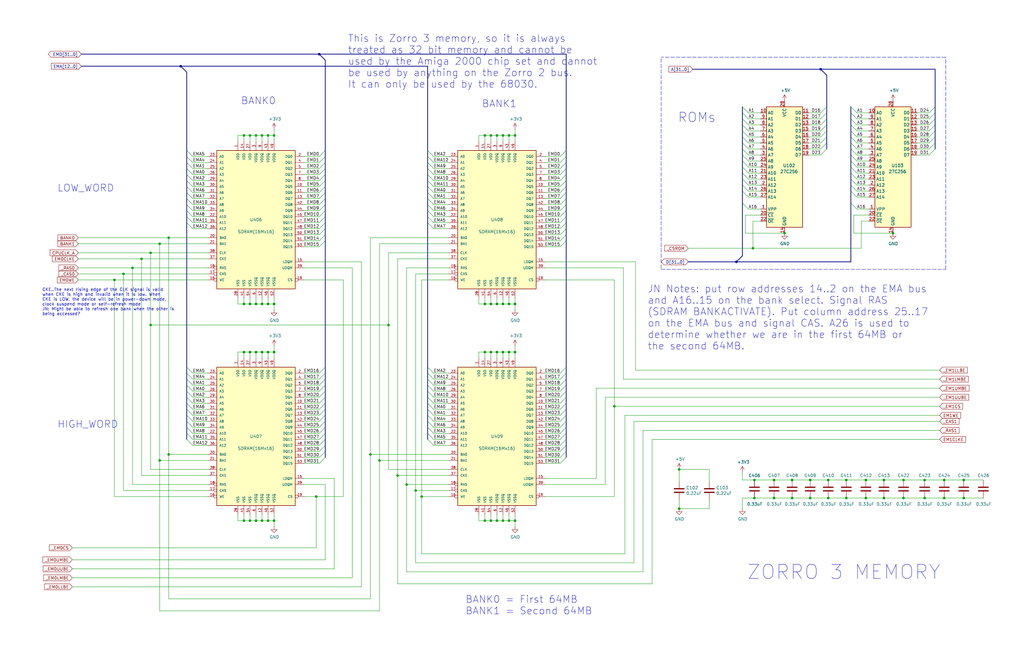
<source format=kicad_sch>
(kicad_sch (version 20211123) (generator eeschema)
  (paper "B")
  (title_block (title "Amiga N2630") (date "2022-04-24") (rev "1.0"))
  (junction (at 346.075 29.21))
  (junction (at 212.09 57.15))
  (junction (at 207.01 128.27))
  (junction (at 133.35 209.55))
  (junction (at 398.145 210.185))
  (junction (at 115.57 219.71))
  (junction (at 113.03 219.71))
  (junction (at 76.2 27.94))
  (junction (at 334.01 202.565))
  (junction (at 406.4 210.185))
  (junction (at 334.01 210.185))
  (junction (at 381 202.565))
  (junction (at 105.41 148.59))
  (junction (at 71.12 191.77))
  (junction (at 115.57 57.15))
  (junction (at 110.49 219.71))
  (junction (at 318.135 210.185))
  (junction (at 318.135 202.565))
  (junction (at 175.26 207.01))
  (junction (at 365.125 202.565))
  (junction (at 398.145 202.565))
  (junction (at 372.745 210.185))
  (junction (at 107.95 219.71))
  (junction (at 381 210.185))
  (junction (at 177.8 209.55))
  (junction (at 376.555 98.425))
  (junction (at 326.39 202.565))
  (junction (at 212.09 128.27))
  (junction (at 317.5 104.775))
  (junction (at 204.47 219.71))
  (junction (at 349.25 210.185))
  (junction (at 110.49 148.59))
  (junction (at 341.63 210.185))
  (junction (at 207.01 148.59))
  (junction (at 330.835 98.425))
  (junction (at 310.515 110.49))
  (junction (at 115.57 128.27))
  (junction (at 102.87 148.59))
  (junction (at 102.87 57.15))
  (junction (at 217.17 219.71))
  (junction (at 209.55 148.59))
  (junction (at 259.08 171.45))
  (junction (at 204.47 57.15))
  (junction (at 209.55 128.27))
  (junction (at 204.47 148.59))
  (junction (at 209.55 57.15))
  (junction (at 105.41 128.27))
  (junction (at 67.31 102.87))
  (junction (at 356.87 210.185))
  (junction (at 63.5 137.16))
  (junction (at 214.63 57.15))
  (junction (at 214.63 148.59))
  (junction (at 217.17 57.15))
  (junction (at 55.88 113.03))
  (junction (at 102.87 128.27))
  (junction (at 163.83 137.16))
  (junction (at 59.69 109.22))
  (junction (at 341.63 202.565))
  (junction (at 207.01 219.71))
  (junction (at 156.21 191.77))
  (junction (at 160.02 194.31))
  (junction (at 209.55 219.71))
  (junction (at 105.41 57.15))
  (junction (at 63.5 106.68))
  (junction (at 107.95 148.59))
  (junction (at 372.745 202.565))
  (junction (at 105.41 219.71))
  (junction (at 67.31 194.31))
  (junction (at 107.95 57.15))
  (junction (at 326.39 210.185))
  (junction (at 286.385 198.12))
  (junction (at 406.4 202.565))
  (junction (at 48.26 118.11))
  (junction (at 110.49 57.15))
  (junction (at 52.07 115.57))
  (junction (at 212.09 148.59))
  (junction (at 356.87 202.565))
  (junction (at 102.87 219.71))
  (junction (at 71.12 100.33))
  (junction (at 134.62 22.86))
  (junction (at 217.17 128.27))
  (junction (at 171.45 204.47))
  (junction (at 214.63 128.27))
  (junction (at 365.125 210.185))
  (junction (at 110.49 128.27))
  (junction (at 204.47 128.27))
  (junction (at 113.03 148.59))
  (junction (at 217.17 148.59))
  (junction (at 113.03 57.15))
  (junction (at 389.89 210.185))
  (junction (at 107.95 128.27))
  (junction (at 113.03 128.27))
  (junction (at 207.01 57.15))
  (junction (at 214.63 219.71))
  (junction (at 286.385 214.63))
  (junction (at 349.25 202.565))
  (junction (at 389.89 202.565))
  (junction (at 212.09 219.71))
  (junction (at 167.64 200.66))
  (junction (at 115.57 148.59))
  (bus_entry (at 81.28 157.48) (size -2.54 -2.54))
  (bus_entry (at 236.22 83.82) (size 2.54 -2.54))
  (bus_entry (at 134.62 101.6) (size 2.54 -2.54))
  (bus_entry (at 134.62 86.36) (size 2.54 -2.54))
  (bus_entry (at 236.22 193.04) (size 2.54 -2.54))
  (bus_entry (at 236.22 172.72) (size 2.54 -2.54))
  (bus_entry (at 391.795 65.405) (size 2.54 -2.54))
  (bus_entry (at 134.62 187.96) (size 2.54 -2.54))
  (bus_entry (at 81.28 86.36) (size -2.54 -2.54))
  (bus_entry (at 391.795 52.705) (size 2.54 -2.54))
  (bus_entry (at 81.28 88.9) (size -2.54 -2.54))
  (bus_entry (at 236.22 73.66) (size 2.54 -2.54))
  (bus_entry (at 81.28 73.66) (size -2.54 -2.54))
  (bus_entry (at 134.62 193.04) (size 2.54 -2.54))
  (bus_entry (at 134.62 190.5) (size 2.54 -2.54))
  (bus_entry (at 236.22 66.04) (size 2.54 -2.54))
  (bus_entry (at 134.62 170.18) (size 2.54 -2.54))
  (bus_entry (at 134.62 88.9) (size 2.54 -2.54))
  (bus_entry (at 315.595 70.485) (size -2.54 -2.54))
  (bus_entry (at 182.88 66.04) (size -2.54 -2.54))
  (bus_entry (at 182.88 88.9) (size -2.54 -2.54))
  (bus_entry (at 182.88 180.34) (size -2.54 -2.54))
  (bus_entry (at 236.22 71.12) (size 2.54 -2.54))
  (bus_entry (at 134.62 182.88) (size 2.54 -2.54))
  (bus_entry (at 81.28 93.98) (size -2.54 -2.54))
  (bus_entry (at 361.315 47.625) (size -2.54 -2.54))
  (bus_entry (at 81.28 172.72) (size -2.54 -2.54))
  (bus_entry (at 81.28 71.12) (size -2.54 -2.54))
  (bus_entry (at 361.315 88.265) (size -2.54 -2.54))
  (bus_entry (at 361.315 52.705) (size -2.54 -2.54))
  (bus_entry (at 361.315 55.245) (size -2.54 -2.54))
  (bus_entry (at 346.075 65.405) (size 2.54 -2.54))
  (bus_entry (at 182.88 78.74) (size -2.54 -2.54))
  (bus_entry (at 182.88 175.26) (size -2.54 -2.54))
  (bus_entry (at 182.88 187.96) (size -2.54 -2.54))
  (bus_entry (at 182.88 177.8) (size -2.54 -2.54))
  (bus_entry (at 182.88 91.44) (size -2.54 -2.54))
  (bus_entry (at 236.22 68.58) (size 2.54 -2.54))
  (bus_entry (at 315.595 47.625) (size -2.54 -2.54))
  (bus_entry (at 81.28 83.82) (size -2.54 -2.54))
  (bus_entry (at 134.62 180.34) (size 2.54 -2.54))
  (bus_entry (at 236.22 76.2) (size 2.54 -2.54))
  (bus_entry (at 182.88 170.18) (size -2.54 -2.54))
  (bus_entry (at 315.595 78.105) (size -2.54 -2.54))
  (bus_entry (at 346.075 55.245) (size 2.54 -2.54))
  (bus_entry (at 236.22 177.8) (size 2.54 -2.54))
  (bus_entry (at 361.315 83.185) (size -2.54 -2.54))
  (bus_entry (at 315.595 67.945) (size -2.54 -2.54))
  (bus_entry (at 236.22 182.88) (size 2.54 -2.54))
  (bus_entry (at 81.28 68.58) (size -2.54 -2.54))
  (bus_entry (at 81.28 165.1) (size -2.54 -2.54))
  (bus_entry (at 361.315 73.025) (size -2.54 -2.54))
  (bus_entry (at 81.28 162.56) (size -2.54 -2.54))
  (bus_entry (at 236.22 93.98) (size 2.54 -2.54))
  (bus_entry (at 81.28 187.96) (size -2.54 -2.54))
  (bus_entry (at 236.22 86.36) (size 2.54 -2.54))
  (bus_entry (at 315.595 80.645) (size -2.54 -2.54))
  (bus_entry (at 81.28 175.26) (size -2.54 -2.54))
  (bus_entry (at 236.22 165.1) (size 2.54 -2.54))
  (bus_entry (at 134.62 167.64) (size 2.54 -2.54))
  (bus_entry (at 81.28 177.8) (size -2.54 -2.54))
  (bus_entry (at 315.595 52.705) (size -2.54 -2.54))
  (bus_entry (at 134.62 78.74) (size 2.54 -2.54))
  (bus_entry (at 361.315 62.865) (size -2.54 -2.54))
  (bus_entry (at 236.22 167.64) (size 2.54 -2.54))
  (bus_entry (at 236.22 175.26) (size 2.54 -2.54))
  (bus_entry (at 361.315 65.405) (size -2.54 -2.54))
  (bus_entry (at 236.22 81.28) (size 2.54 -2.54))
  (bus_entry (at 134.62 93.98) (size 2.54 -2.54))
  (bus_entry (at 182.88 162.56) (size -2.54 -2.54))
  (bus_entry (at 236.22 180.34) (size 2.54 -2.54))
  (bus_entry (at 391.795 50.165) (size 2.54 -2.54))
  (bus_entry (at 182.88 167.64) (size -2.54 -2.54))
  (bus_entry (at 236.22 185.42) (size 2.54 -2.54))
  (bus_entry (at 134.62 73.66) (size 2.54 -2.54))
  (bus_entry (at 182.88 83.82) (size -2.54 -2.54))
  (bus_entry (at 134.62 71.12) (size 2.54 -2.54))
  (bus_entry (at 236.22 101.6) (size 2.54 -2.54))
  (bus_entry (at 134.62 160.02) (size 2.54 -2.54))
  (bus_entry (at 182.88 76.2) (size -2.54 -2.54))
  (bus_entry (at 134.62 165.1) (size 2.54 -2.54))
  (bus_entry (at 81.28 167.64) (size -2.54 -2.54))
  (bus_entry (at 236.22 190.5) (size 2.54 -2.54))
  (bus_entry (at 182.88 165.1) (size -2.54 -2.54))
  (bus_entry (at 315.595 75.565) (size -2.54 -2.54))
  (bus_entry (at 346.075 47.625) (size 2.54 -2.54))
  (bus_entry (at 134.62 68.58) (size 2.54 -2.54))
  (bus_entry (at 134.62 66.04) (size 2.54 -2.54))
  (bus_entry (at 315.595 55.245) (size -2.54 -2.54))
  (bus_entry (at 315.595 73.025) (size -2.54 -2.54))
  (bus_entry (at 81.28 96.52) (size -2.54 -2.54))
  (bus_entry (at 236.22 187.96) (size 2.54 -2.54))
  (bus_entry (at 361.315 60.325) (size -2.54 -2.54))
  (bus_entry (at 81.28 76.2) (size -2.54 -2.54))
  (bus_entry (at 134.62 91.44) (size 2.54 -2.54))
  (bus_entry (at 134.62 99.06) (size 2.54 -2.54))
  (bus_entry (at 236.22 88.9) (size 2.54 -2.54))
  (bus_entry (at 236.22 195.58) (size 2.54 -2.54))
  (bus_entry (at 182.88 182.88) (size -2.54 -2.54))
  (bus_entry (at 182.88 157.48) (size -2.54 -2.54))
  (bus_entry (at 361.315 67.945) (size -2.54 -2.54))
  (bus_entry (at 346.075 57.785) (size 2.54 -2.54))
  (bus_entry (at 134.62 96.52) (size 2.54 -2.54))
  (bus_entry (at 134.62 162.56) (size 2.54 -2.54))
  (bus_entry (at 81.28 185.42) (size -2.54 -2.54))
  (bus_entry (at 134.62 172.72) (size 2.54 -2.54))
  (bus_entry (at 236.22 96.52) (size 2.54 -2.54))
  (bus_entry (at 81.28 66.04) (size -2.54 -2.54))
  (bus_entry (at 81.28 81.28) (size -2.54 -2.54))
  (bus_entry (at 236.22 104.14) (size 2.54 -2.54))
  (bus_entry (at 236.22 78.74) (size 2.54 -2.54))
  (bus_entry (at 81.28 170.18) (size -2.54 -2.54))
  (bus_entry (at 81.28 78.74) (size -2.54 -2.54))
  (bus_entry (at 236.22 99.06) (size 2.54 -2.54))
  (bus_entry (at 315.595 83.185) (size -2.54 -2.54))
  (bus_entry (at 236.22 162.56) (size 2.54 -2.54))
  (bus_entry (at 134.62 185.42) (size 2.54 -2.54))
  (bus_entry (at 236.22 160.02) (size 2.54 -2.54))
  (bus_entry (at 182.88 185.42) (size -2.54 -2.54))
  (bus_entry (at 346.075 60.325) (size 2.54 -2.54))
  (bus_entry (at 346.075 52.705) (size 2.54 -2.54))
  (bus_entry (at 361.315 57.785) (size -2.54 -2.54))
  (bus_entry (at 134.62 83.82) (size 2.54 -2.54))
  (bus_entry (at 182.88 71.12) (size -2.54 -2.54))
  (bus_entry (at 361.315 70.485) (size -2.54 -2.54))
  (bus_entry (at 81.28 180.34) (size -2.54 -2.54))
  (bus_entry (at 236.22 157.48) (size 2.54 -2.54))
  (bus_entry (at 315.595 88.265) (size -2.54 -2.54))
  (bus_entry (at 315.595 50.165) (size -2.54 -2.54))
  (bus_entry (at 391.795 62.865) (size 2.54 -2.54))
  (bus_entry (at 391.795 55.245) (size 2.54 -2.54))
  (bus_entry (at 134.62 177.8) (size 2.54 -2.54))
  (bus_entry (at 182.88 93.98) (size -2.54 -2.54))
  (bus_entry (at 81.28 182.88) (size -2.54 -2.54))
  (bus_entry (at 346.075 62.865) (size 2.54 -2.54))
  (bus_entry (at 315.595 57.785) (size -2.54 -2.54))
  (bus_entry (at 236.22 91.44) (size 2.54 -2.54))
  (bus_entry (at 182.88 160.02) (size -2.54 -2.54))
  (bus_entry (at 134.62 104.14) (size 2.54 -2.54))
  (bus_entry (at 391.795 60.325) (size 2.54 -2.54))
  (bus_entry (at 182.88 172.72) (size -2.54 -2.54))
  (bus_entry (at 134.62 195.58) (size 2.54 -2.54))
  (bus_entry (at 361.315 80.645) (size -2.54 -2.54))
  (bus_entry (at 315.595 65.405) (size -2.54 -2.54))
  (bus_entry (at 391.795 57.785) (size 2.54 -2.54))
  (bus_entry (at 391.795 47.625) (size 2.54 -2.54))
  (bus_entry (at 182.88 68.58) (size -2.54 -2.54))
  (bus_entry (at 134.62 81.28) (size 2.54 -2.54))
  (bus_entry (at 361.315 75.565) (size -2.54 -2.54))
  (bus_entry (at 182.88 86.36) (size -2.54 -2.54))
  (bus_entry (at 81.28 91.44) (size -2.54 -2.54))
  (bus_entry (at 346.075 50.165) (size 2.54 -2.54))
  (bus_entry (at 182.88 81.28) (size -2.54 -2.54))
  (bus_entry (at 315.595 62.865) (size -2.54 -2.54))
  (bus_entry (at 134.62 157.48) (size 2.54 -2.54))
  (bus_entry (at 361.315 50.165) (size -2.54 -2.54))
  (bus_entry (at 134.62 76.2) (size 2.54 -2.54))
  (bus_entry (at 361.315 78.105) (size -2.54 -2.54))
  (bus_entry (at 81.28 160.02) (size -2.54 -2.54))
  (bus_entry (at 134.62 175.26) (size 2.54 -2.54))
  (bus_entry (at 315.595 60.325) (size -2.54 -2.54))
  (bus_entry (at 182.88 73.66) (size -2.54 -2.54))
  (bus_entry (at 236.22 170.18) (size 2.54 -2.54))
  (bus_entry (at 182.88 96.52) (size -2.54 -2.54))
  (bus (pts (xy 238.76 22.86) (xy 238.76 63.5)))
  (wire (pts (xy 251.46 163.83) (xy 396.24 163.83)))
  (wire (pts (xy 271.145 241.3) (xy 271.145 181.61)))
  (bus (pts (xy 78.74 93.98) (xy 78.74 154.94)))
  (wire (pts (xy 214.63 151.13) (xy 214.63 148.59)))
  (bus (pts (xy 346.075 29.21) (xy 394.335 29.21)))
  (wire (pts (xy 128.27 71.12) (xy 134.62 71.12)))
  (wire (pts (xy 229.87 157.48) (xy 236.22 157.48)))
  (wire (pts (xy 87.63 182.88) (xy 81.28 182.88)))
  (wire (pts (xy 314.325 90.805) (xy 314.325 98.425)))
  (wire (pts (xy 128.27 68.58) (xy 134.62 68.58)))
  (wire (pts (xy 381 210.185) (xy 389.89 210.185)))
  (wire (pts (xy 115.57 57.15) (xy 115.57 54.61)))
  (wire (pts (xy 229.87 170.18) (xy 236.22 170.18)))
  (wire (pts (xy 115.57 59.69) (xy 115.57 57.15)))
  (bus (pts (xy 238.76 66.04) (xy 238.76 68.58)))
  (wire (pts (xy 59.69 200.66) (xy 59.69 109.22)))
  (bus (pts (xy 238.76 175.26) (xy 238.76 177.8)))
  (wire (pts (xy 156.21 252.73) (xy 71.12 252.73)))
  (bus (pts (xy 313.055 47.625) (xy 313.055 50.165)))
  (bus (pts (xy 358.775 62.865) (xy 358.775 65.405)))
  (bus (pts (xy 238.76 154.94) (xy 238.76 157.48)))
  (wire (pts (xy 189.23 160.02) (xy 182.88 160.02)))
  (bus (pts (xy 180.34 27.94) (xy 180.34 63.5)))
  (wire (pts (xy 363.22 93.345) (xy 363.22 104.775)))
  (bus (pts (xy 358.775 67.945) (xy 358.775 70.485)))
  (wire (pts (xy 229.87 76.2) (xy 236.22 76.2)))
  (bus (pts (xy 137.16 185.42) (xy 137.16 187.96)))
  (wire (pts (xy 189.23 115.57) (xy 175.26 115.57)))
  (wire (pts (xy 386.715 52.705) (xy 391.795 52.705)))
  (bus (pts (xy 180.34 162.56) (xy 180.34 165.1)))
  (wire (pts (xy 87.63 113.03) (xy 55.88 113.03)))
  (bus (pts (xy 238.76 99.06) (xy 238.76 101.6)))
  (wire (pts (xy 128.27 190.5) (xy 134.62 190.5)))
  (bus (pts (xy 358.775 60.325) (xy 358.775 62.865)))
  (bus (pts (xy 348.615 31.75) (xy 348.615 45.085)))
  (wire (pts (xy 140.97 240.03) (xy 30.48 240.03)))
  (wire (pts (xy 67.31 257.81) (xy 160.02 257.81)))
  (wire (pts (xy 100.33 57.15) (xy 102.87 57.15)))
  (wire (pts (xy 189.23 102.87) (xy 160.02 102.87)))
  (wire (pts (xy 189.23 175.26) (xy 182.88 175.26)))
  (wire (pts (xy 140.97 201.93) (xy 140.97 240.03)))
  (wire (pts (xy 366.395 78.105) (xy 361.315 78.105)))
  (wire (pts (xy 67.31 194.31) (xy 67.31 102.87)))
  (wire (pts (xy 365.125 210.185) (xy 372.745 210.185)))
  (wire (pts (xy 320.675 55.245) (xy 315.595 55.245)))
  (wire (pts (xy 167.64 109.22) (xy 167.64 200.66)))
  (wire (pts (xy 189.23 76.2) (xy 182.88 76.2)))
  (wire (pts (xy 340.995 55.245) (xy 346.075 55.245)))
  (wire (pts (xy 320.675 62.865) (xy 315.595 62.865)))
  (wire (pts (xy 189.23 100.33) (xy 156.21 100.33)))
  (bus (pts (xy 137.16 170.18) (xy 137.16 172.72)))
  (polyline (pts (xy 398.78 113.665) (xy 398.78 24.13)))
  (wire (pts (xy 52.07 115.57) (xy 87.63 115.57)))
  (wire (pts (xy 318.135 202.565) (xy 326.39 202.565)))
  (wire (pts (xy 262.89 113.03) (xy 262.89 160.02)))
  (wire (pts (xy 274.955 185.42) (xy 396.24 185.42)))
  (wire (pts (xy 386.715 55.245) (xy 391.795 55.245)))
  (wire (pts (xy 175.26 115.57) (xy 175.26 207.01)))
  (bus (pts (xy 137.16 157.48) (xy 137.16 160.02)))
  (bus (pts (xy 394.335 45.085) (xy 394.335 47.625)))
  (wire (pts (xy 189.23 207.01) (xy 175.26 207.01)))
  (wire (pts (xy 207.01 217.17) (xy 207.01 219.71)))
  (wire (pts (xy 87.63 78.74) (xy 81.28 78.74)))
  (wire (pts (xy 286.385 203.2) (xy 286.385 198.12)))
  (wire (pts (xy 189.23 68.58) (xy 182.88 68.58)))
  (bus (pts (xy 238.76 165.1) (xy 238.76 167.64)))
  (bus (pts (xy 137.16 93.98) (xy 137.16 96.52)))
  (wire (pts (xy 340.995 57.785) (xy 346.075 57.785)))
  (wire (pts (xy 128.27 81.28) (xy 134.62 81.28)))
  (wire (pts (xy 320.675 65.405) (xy 315.595 65.405)))
  (wire (pts (xy 160.02 194.31) (xy 160.02 257.81)))
  (bus (pts (xy 137.16 25.4) (xy 134.62 22.86)))
  (bus (pts (xy 180.34 88.9) (xy 180.34 91.44)))
  (wire (pts (xy 372.745 202.565) (xy 381 202.565)))
  (wire (pts (xy 201.93 128.27) (xy 204.47 128.27)))
  (bus (pts (xy 180.34 180.34) (xy 180.34 182.88)))
  (bus (pts (xy 134.62 22.86) (xy 238.76 22.86)))
  (wire (pts (xy 209.55 148.59) (xy 212.09 148.59)))
  (wire (pts (xy 100.33 219.71) (xy 102.87 219.71)))
  (wire (pts (xy 128.27 170.18) (xy 134.62 170.18)))
  (wire (pts (xy 366.395 73.025) (xy 361.315 73.025)))
  (wire (pts (xy 87.63 109.22) (xy 59.69 109.22)))
  (wire (pts (xy 63.5 198.12) (xy 63.5 137.16)))
  (wire (pts (xy 201.93 125.73) (xy 201.93 128.27)))
  (bus (pts (xy 313.055 75.565) (xy 313.055 78.105)))
  (wire (pts (xy 204.47 148.59) (xy 207.01 148.59)))
  (wire (pts (xy 163.83 137.16) (xy 163.83 198.12)))
  (bus (pts (xy 180.34 71.12) (xy 180.34 73.66)))
  (wire (pts (xy 318.135 202.565) (xy 313.055 202.565)))
  (wire (pts (xy 100.33 148.59) (xy 102.87 148.59)))
  (wire (pts (xy 340.995 52.705) (xy 346.075 52.705)))
  (wire (pts (xy 177.8 233.68) (xy 263.525 233.68)))
  (wire (pts (xy 299.085 198.12) (xy 299.085 203.2)))
  (wire (pts (xy 87.63 167.64) (xy 81.28 167.64)))
  (wire (pts (xy 229.87 81.28) (xy 236.22 81.28)))
  (bus (pts (xy 180.34 73.66) (xy 180.34 76.2)))
  (wire (pts (xy 229.87 113.03) (xy 262.89 113.03)))
  (bus (pts (xy 137.16 167.64) (xy 137.16 170.18)))
  (bus (pts (xy 358.775 50.165) (xy 358.775 52.705)))
  (wire (pts (xy 398.145 202.565) (xy 406.4 202.565)))
  (wire (pts (xy 189.23 88.9) (xy 182.88 88.9)))
  (wire (pts (xy 201.93 57.15) (xy 204.47 57.15)))
  (wire (pts (xy 102.87 219.71) (xy 105.41 219.71)))
  (bus (pts (xy 180.34 182.88) (xy 180.34 185.42)))
  (wire (pts (xy 366.395 57.785) (xy 361.315 57.785)))
  (wire (pts (xy 318.135 210.185) (xy 326.39 210.185)))
  (bus (pts (xy 137.16 91.44) (xy 137.16 93.98)))
  (wire (pts (xy 299.085 214.63) (xy 299.085 210.82)))
  (wire (pts (xy 366.395 75.565) (xy 361.315 75.565)))
  (wire (pts (xy 214.63 217.17) (xy 214.63 219.71)))
  (bus (pts (xy 180.34 76.2) (xy 180.34 78.74)))
  (wire (pts (xy 212.09 217.17) (xy 212.09 219.71)))
  (bus (pts (xy 137.16 182.88) (xy 137.16 185.42)))
  (bus (pts (xy 394.335 52.705) (xy 394.335 55.245)))
  (wire (pts (xy 317.5 104.775) (xy 290.195 104.775)))
  (wire (pts (xy 71.12 191.77) (xy 71.12 100.33)))
  (wire (pts (xy 320.675 47.625) (xy 315.595 47.625)))
  (wire (pts (xy 189.23 78.74) (xy 182.88 78.74)))
  (wire (pts (xy 189.23 194.31) (xy 160.02 194.31)))
  (wire (pts (xy 128.27 162.56) (xy 134.62 162.56)))
  (wire (pts (xy 340.995 47.625) (xy 346.075 47.625)))
  (bus (pts (xy 348.615 52.705) (xy 348.615 55.245)))
  (wire (pts (xy 214.63 219.71) (xy 217.17 219.71)))
  (bus (pts (xy 358.775 85.725) (xy 358.775 110.49)))
  (wire (pts (xy 128.27 88.9) (xy 134.62 88.9)))
  (bus (pts (xy 78.74 78.74) (xy 78.74 81.28)))
  (wire (pts (xy 229.87 83.82) (xy 236.22 83.82)))
  (wire (pts (xy 320.675 83.185) (xy 315.595 83.185)))
  (wire (pts (xy 286.385 214.63) (xy 299.085 214.63)))
  (wire (pts (xy 366.395 67.945) (xy 361.315 67.945)))
  (wire (pts (xy 105.41 125.73) (xy 105.41 128.27)))
  (bus (pts (xy 180.34 167.64) (xy 180.34 170.18)))
  (wire (pts (xy 217.17 148.59) (xy 217.17 146.05)))
  (wire (pts (xy 163.83 198.12) (xy 189.23 198.12)))
  (wire (pts (xy 189.23 96.52) (xy 182.88 96.52)))
  (bus (pts (xy 180.34 86.36) (xy 180.34 88.9)))
  (bus (pts (xy 180.34 91.44) (xy 180.34 93.98)))
  (wire (pts (xy 386.715 62.865) (xy 391.795 62.865)))
  (wire (pts (xy 87.63 177.8) (xy 81.28 177.8)))
  (bus (pts (xy 76.2 27.94) (xy 180.34 27.94)))
  (wire (pts (xy 229.87 99.06) (xy 236.22 99.06)))
  (wire (pts (xy 229.87 187.96) (xy 236.22 187.96)))
  (wire (pts (xy 320.675 88.265) (xy 315.595 88.265)))
  (wire (pts (xy 398.145 210.185) (xy 406.4 210.185)))
  (wire (pts (xy 175.26 237.49) (xy 267.335 237.49)))
  (bus (pts (xy 310.515 110.49) (xy 358.775 110.49)))
  (wire (pts (xy 189.23 170.18) (xy 182.88 170.18)))
  (wire (pts (xy 365.125 202.565) (xy 356.87 202.565)))
  (wire (pts (xy 363.22 104.775) (xy 317.5 104.775)))
  (wire (pts (xy 102.87 128.27) (xy 105.41 128.27)))
  (wire (pts (xy 48.26 118.11) (xy 33.02 118.11)))
  (bus (pts (xy 78.74 81.28) (xy 78.74 83.82)))
  (bus (pts (xy 137.16 154.94) (xy 137.16 157.48)))
  (bus (pts (xy 238.76 182.88) (xy 238.76 185.42)))
  (wire (pts (xy 87.63 191.77) (xy 71.12 191.77)))
  (wire (pts (xy 340.995 65.405) (xy 346.075 65.405)))
  (polyline (pts (xy 278.765 113.665) (xy 398.78 113.665)))
  (wire (pts (xy 274.955 246.38) (xy 274.955 185.42)))
  (wire (pts (xy 229.87 96.52) (xy 236.22 96.52)))
  (bus (pts (xy 238.76 180.34) (xy 238.76 182.88)))
  (wire (pts (xy 381 202.565) (xy 389.89 202.565)))
  (wire (pts (xy 334.01 202.565) (xy 341.63 202.565)))
  (bus (pts (xy 238.76 162.56) (xy 238.76 165.1)))
  (bus (pts (xy 78.74 162.56) (xy 78.74 165.1)))
  (wire (pts (xy 209.55 125.73) (xy 209.55 128.27)))
  (wire (pts (xy 63.5 137.16) (xy 63.5 106.68)))
  (wire (pts (xy 212.09 151.13) (xy 212.09 148.59)))
  (wire (pts (xy 87.63 157.48) (xy 81.28 157.48)))
  (bus (pts (xy 313.055 52.705) (xy 313.055 55.245)))
  (wire (pts (xy 52.07 207.01) (xy 52.07 115.57)))
  (bus (pts (xy 292.1 29.21) (xy 346.075 29.21)))
  (bus (pts (xy 180.34 175.26) (xy 180.34 177.8)))
  (wire (pts (xy 189.23 91.44) (xy 182.88 91.44)))
  (wire (pts (xy 128.27 175.26) (xy 134.62 175.26)))
  (wire (pts (xy 313.055 202.565) (xy 313.055 199.39)))
  (wire (pts (xy 113.03 148.59) (xy 115.57 148.59)))
  (wire (pts (xy 67.31 194.31) (xy 67.31 257.81)))
  (wire (pts (xy 209.55 219.71) (xy 212.09 219.71)))
  (bus (pts (xy 358.775 65.405) (xy 358.775 67.945)))
  (wire (pts (xy 105.41 128.27) (xy 107.95 128.27)))
  (wire (pts (xy 209.55 217.17) (xy 209.55 219.71)))
  (wire (pts (xy 229.87 204.47) (xy 255.27 204.47)))
  (wire (pts (xy 340.995 62.865) (xy 346.075 62.865)))
  (polyline (pts (xy 398.78 24.13) (xy 278.765 24.13)))
  (wire (pts (xy 201.93 217.17) (xy 201.93 219.71)))
  (wire (pts (xy 107.95 128.27) (xy 110.49 128.27)))
  (wire (pts (xy 386.715 50.165) (xy 391.795 50.165)))
  (bus (pts (xy 238.76 170.18) (xy 238.76 172.72)))
  (wire (pts (xy 87.63 118.11) (xy 48.26 118.11)))
  (bus (pts (xy 358.775 80.645) (xy 358.775 85.725)))
  (wire (pts (xy 209.55 151.13) (xy 209.55 148.59)))
  (wire (pts (xy 366.395 70.485) (xy 361.315 70.485)))
  (wire (pts (xy 366.395 88.265) (xy 361.315 88.265)))
  (wire (pts (xy 366.395 65.405) (xy 361.315 65.405)))
  (wire (pts (xy 113.03 219.71) (xy 115.57 219.71)))
  (wire (pts (xy 87.63 81.28) (xy 81.28 81.28)))
  (wire (pts (xy 320.675 57.785) (xy 315.595 57.785)))
  (bus (pts (xy 180.34 177.8) (xy 180.34 180.34)))
  (wire (pts (xy 177.8 118.11) (xy 177.8 209.55)))
  (bus (pts (xy 313.055 85.725) (xy 313.055 107.95)))
  (wire (pts (xy 349.25 202.565) (xy 341.63 202.565)))
  (wire (pts (xy 341.63 210.185) (xy 349.25 210.185)))
  (wire (pts (xy 217.17 59.69) (xy 217.17 57.15)))
  (bus (pts (xy 238.76 172.72) (xy 238.76 175.26)))
  (wire (pts (xy 366.395 55.245) (xy 361.315 55.245)))
  (bus (pts (xy 348.615 57.785) (xy 348.615 60.325)))
  (bus (pts (xy 238.76 185.42) (xy 238.76 187.96)))
  (wire (pts (xy 115.57 219.71) (xy 115.57 222.25)))
  (bus (pts (xy 180.34 81.28) (xy 180.34 83.82)))
  (wire (pts (xy 201.93 148.59) (xy 204.47 148.59)))
  (wire (pts (xy 102.87 125.73) (xy 102.87 128.27)))
  (wire (pts (xy 229.87 190.5) (xy 236.22 190.5)))
  (wire (pts (xy 204.47 217.17) (xy 204.47 219.71)))
  (wire (pts (xy 71.12 100.33) (xy 33.02 100.33)))
  (wire (pts (xy 189.23 66.04) (xy 182.88 66.04)))
  (bus (pts (xy 78.74 76.2) (xy 78.74 78.74)))
  (wire (pts (xy 110.49 151.13) (xy 110.49 148.59)))
  (bus (pts (xy 313.055 67.945) (xy 313.055 70.485)))
  (wire (pts (xy 389.89 202.565) (xy 398.145 202.565)))
  (wire (pts (xy 217.17 128.27) (xy 217.17 125.73)))
  (bus (pts (xy 78.74 180.34) (xy 78.74 182.88)))
  (wire (pts (xy 107.95 219.71) (xy 110.49 219.71)))
  (wire (pts (xy 152.4 110.49) (xy 152.4 247.65)))
  (wire (pts (xy 229.87 165.1) (xy 236.22 165.1)))
  (wire (pts (xy 128.27 86.36) (xy 134.62 86.36)))
  (wire (pts (xy 366.395 62.865) (xy 361.315 62.865)))
  (wire (pts (xy 366.395 90.805) (xy 360.045 90.805)))
  (bus (pts (xy 137.16 63.5) (xy 137.16 66.04)))
  (wire (pts (xy 366.395 83.185) (xy 361.315 83.185)))
  (bus (pts (xy 358.775 75.565) (xy 358.775 78.105)))
  (wire (pts (xy 229.87 91.44) (xy 236.22 91.44)))
  (wire (pts (xy 267.97 110.49) (xy 267.97 156.21)))
  (bus (pts (xy 78.74 66.04) (xy 78.74 68.58)))
  (wire (pts (xy 102.87 57.15) (xy 105.41 57.15)))
  (wire (pts (xy 286.385 210.82) (xy 286.385 214.63)))
  (wire (pts (xy 189.23 180.34) (xy 182.88 180.34)))
  (bus (pts (xy 34.29 27.94) (xy 76.2 27.94)))
  (bus (pts (xy 78.74 73.66) (xy 78.74 76.2)))
  (bus (pts (xy 137.16 187.96) (xy 137.16 190.5)))
  (bus (pts (xy 78.74 160.02) (xy 78.74 162.56)))
  (wire (pts (xy 189.23 187.96) (xy 182.88 187.96)))
  (bus (pts (xy 78.74 91.44) (xy 78.74 93.98)))
  (wire (pts (xy 189.23 185.42) (xy 182.88 185.42)))
  (bus (pts (xy 137.16 175.26) (xy 137.16 177.8)))
  (bus (pts (xy 313.055 70.485) (xy 313.055 73.025)))
  (bus (pts (xy 137.16 160.02) (xy 137.16 162.56)))
  (wire (pts (xy 251.46 201.93) (xy 251.46 163.83)))
  (wire (pts (xy 189.23 113.03) (xy 171.45 113.03)))
  (wire (pts (xy 87.63 76.2) (xy 81.28 76.2)))
  (wire (pts (xy 87.63 160.02) (xy 81.28 160.02)))
  (wire (pts (xy 214.63 59.69) (xy 214.63 57.15)))
  (wire (pts (xy 175.26 207.01) (xy 175.26 237.49)))
  (bus (pts (xy 313.055 62.865) (xy 313.055 65.405)))
  (bus (pts (xy 348.615 47.625) (xy 348.615 50.165)))
  (wire (pts (xy 320.675 75.565) (xy 315.595 75.565)))
  (bus (pts (xy 78.74 63.5) (xy 78.74 66.04)))
  (wire (pts (xy 320.675 93.345) (xy 317.5 93.345)))
  (wire (pts (xy 207.01 59.69) (xy 207.01 57.15)))
  (wire (pts (xy 366.395 93.345) (xy 363.22 93.345)))
  (wire (pts (xy 229.87 185.42) (xy 236.22 185.42)))
  (wire (pts (xy 189.23 165.1) (xy 182.88 165.1)))
  (wire (pts (xy 406.4 202.565) (xy 414.655 202.565)))
  (wire (pts (xy 320.675 73.025) (xy 315.595 73.025)))
  (wire (pts (xy 87.63 86.36) (xy 81.28 86.36)))
  (wire (pts (xy 87.63 93.98) (xy 81.28 93.98)))
  (wire (pts (xy 212.09 57.15) (xy 214.63 57.15)))
  (wire (pts (xy 204.47 128.27) (xy 207.01 128.27)))
  (wire (pts (xy 229.87 177.8) (xy 236.22 177.8)))
  (wire (pts (xy 113.03 125.73) (xy 113.03 128.27)))
  (bus (pts (xy 313.055 60.325) (xy 313.055 62.865)))
  (bus (pts (xy 238.76 96.52) (xy 238.76 99.06)))
  (wire (pts (xy 156.21 100.33) (xy 156.21 191.77)))
  (wire (pts (xy 100.33 151.13) (xy 100.33 148.59)))
  (wire (pts (xy 87.63 162.56) (xy 81.28 162.56)))
  (wire (pts (xy 263.525 175.26) (xy 396.24 175.26)))
  (wire (pts (xy 229.87 88.9) (xy 236.22 88.9)))
  (bus (pts (xy 358.775 52.705) (xy 358.775 55.245)))
  (wire (pts (xy 207.01 125.73) (xy 207.01 128.27)))
  (wire (pts (xy 212.09 148.59) (xy 214.63 148.59)))
  (wire (pts (xy 167.64 246.38) (xy 274.955 246.38)))
  (wire (pts (xy 229.87 175.26) (xy 236.22 175.26)))
  (wire (pts (xy 137.16 236.22) (xy 30.48 236.22)))
  (bus (pts (xy 238.76 157.48) (xy 238.76 160.02)))
  (bus (pts (xy 137.16 162.56) (xy 137.16 165.1)))
  (bus (pts (xy 358.775 45.085) (xy 358.775 47.625)))
  (wire (pts (xy 110.49 128.27) (xy 113.03 128.27)))
  (wire (pts (xy 115.57 128.27) (xy 115.57 130.81)))
  (wire (pts (xy 263.525 233.68) (xy 263.525 175.26)))
  (bus (pts (xy 394.335 60.325) (xy 394.335 62.865)))
  (bus (pts (xy 78.74 71.12) (xy 78.74 73.66)))
  (wire (pts (xy 171.45 241.3) (xy 271.145 241.3)))
  (wire (pts (xy 267.97 156.21) (xy 396.24 156.21)))
  (wire (pts (xy 33.02 115.57) (xy 52.07 115.57)))
  (bus (pts (xy 34.29 22.86) (xy 134.62 22.86)))
  (wire (pts (xy 107.95 151.13) (xy 107.95 148.59)))
  (wire (pts (xy 163.83 137.16) (xy 63.5 137.16)))
  (bus (pts (xy 78.74 30.48) (xy 76.2 27.94)))
  (wire (pts (xy 177.8 209.55) (xy 177.8 233.68)))
  (wire (pts (xy 113.03 217.17) (xy 113.03 219.71)))
  (wire (pts (xy 209.55 57.15) (xy 212.09 57.15)))
  (wire (pts (xy 229.87 71.12) (xy 236.22 71.12)))
  (bus (pts (xy 358.775 55.245) (xy 358.775 57.785)))
  (wire (pts (xy 212.09 128.27) (xy 214.63 128.27)))
  (bus (pts (xy 358.775 70.485) (xy 358.775 73.025)))
  (bus (pts (xy 238.76 73.66) (xy 238.76 76.2)))
  (wire (pts (xy 217.17 219.71) (xy 217.17 217.17)))
  (wire (pts (xy 201.93 59.69) (xy 201.93 57.15)))
  (wire (pts (xy 229.87 193.04) (xy 236.22 193.04)))
  (wire (pts (xy 189.23 118.11) (xy 177.8 118.11)))
  (wire (pts (xy 318.135 210.185) (xy 313.055 210.185)))
  (wire (pts (xy 152.4 247.65) (xy 30.48 247.65)))
  (wire (pts (xy 271.145 181.61) (xy 396.24 181.61)))
  (wire (pts (xy 128.27 180.34) (xy 134.62 180.34)))
  (wire (pts (xy 100.33 217.17) (xy 100.33 219.71)))
  (wire (pts (xy 214.63 125.73) (xy 214.63 128.27)))
  (wire (pts (xy 171.45 204.47) (xy 171.45 241.3)))
  (wire (pts (xy 113.03 59.69) (xy 113.03 57.15)))
  (wire (pts (xy 148.59 243.84) (xy 30.48 243.84)))
  (wire (pts (xy 128.27 185.42) (xy 134.62 185.42)))
  (bus (pts (xy 180.34 160.02) (xy 180.34 162.56)))
  (bus (pts (xy 78.74 177.8) (xy 78.74 180.34)))
  (bus (pts (xy 238.76 88.9) (xy 238.76 91.44)))
  (wire (pts (xy 201.93 219.71) (xy 204.47 219.71)))
  (wire (pts (xy 144.78 209.55) (xy 144.78 118.11)))
  (wire (pts (xy 107.95 59.69) (xy 107.95 57.15)))
  (wire (pts (xy 217.17 57.15) (xy 217.17 54.61)))
  (wire (pts (xy 128.27 96.52) (xy 134.62 96.52)))
  (wire (pts (xy 87.63 102.87) (xy 67.31 102.87)))
  (wire (pts (xy 113.03 128.27) (xy 115.57 128.27)))
  (wire (pts (xy 229.87 180.34) (xy 236.22 180.34)))
  (wire (pts (xy 55.88 113.03) (xy 33.02 113.03)))
  (wire (pts (xy 87.63 198.12) (xy 63.5 198.12)))
  (bus (pts (xy 180.34 63.5) (xy 180.34 66.04)))
  (bus (pts (xy 238.76 101.6) (xy 238.76 154.94)))
  (wire (pts (xy 133.35 209.55) (xy 144.78 209.55)))
  (wire (pts (xy 87.63 172.72) (xy 81.28 172.72)))
  (wire (pts (xy 189.23 93.98) (xy 182.88 93.98)))
  (wire (pts (xy 229.87 182.88) (xy 236.22 182.88)))
  (bus (pts (xy 137.16 88.9) (xy 137.16 91.44)))
  (wire (pts (xy 229.87 209.55) (xy 259.08 209.55)))
  (bus (pts (xy 394.335 50.165) (xy 394.335 52.705)))
  (wire (pts (xy 128.27 182.88) (xy 134.62 182.88)))
  (bus (pts (xy 394.335 55.245) (xy 394.335 57.785)))
  (bus (pts (xy 180.34 157.48) (xy 180.34 160.02)))
  (wire (pts (xy 87.63 165.1) (xy 81.28 165.1)))
  (polyline (pts (xy 278.765 24.765) (xy 278.765 113.665)))
  (wire (pts (xy 340.995 50.165) (xy 346.075 50.165)))
  (bus (pts (xy 137.16 96.52) (xy 137.16 99.06)))
  (wire (pts (xy 366.395 60.325) (xy 361.315 60.325)))
  (wire (pts (xy 214.63 128.27) (xy 217.17 128.27)))
  (bus (pts (xy 348.615 45.085) (xy 348.615 47.625)))
  (bus (pts (xy 238.76 93.98) (xy 238.76 96.52)))
  (bus (pts (xy 238.76 63.5) (xy 238.76 66.04)))
  (wire (pts (xy 87.63 200.66) (xy 59.69 200.66)))
  (wire (pts (xy 105.41 151.13) (xy 105.41 148.59)))
  (bus (pts (xy 78.74 83.82) (xy 78.74 86.36)))
  (wire (pts (xy 386.715 47.625) (xy 391.795 47.625)))
  (wire (pts (xy 110.49 217.17) (xy 110.49 219.71)))
  (wire (pts (xy 105.41 217.17) (xy 105.41 219.71)))
  (wire (pts (xy 63.5 106.68) (xy 33.02 106.68)))
  (wire (pts (xy 189.23 106.68) (xy 163.83 106.68)))
  (wire (pts (xy 128.27 187.96) (xy 134.62 187.96)))
  (wire (pts (xy 366.395 50.165) (xy 361.315 50.165)))
  (wire (pts (xy 163.83 106.68) (xy 163.83 137.16)))
  (wire (pts (xy 349.25 210.185) (xy 356.87 210.185)))
  (bus (pts (xy 238.76 160.02) (xy 238.76 162.56)))
  (wire (pts (xy 128.27 204.47) (xy 137.16 204.47)))
  (wire (pts (xy 128.27 113.03) (xy 148.59 113.03)))
  (bus (pts (xy 78.74 165.1) (xy 78.74 167.64)))
  (bus (pts (xy 137.16 81.28) (xy 137.16 83.82)))
  (wire (pts (xy 313.055 210.185) (xy 313.055 214.63)))
  (wire (pts (xy 87.63 187.96) (xy 81.28 187.96)))
  (bus (pts (xy 348.615 50.165) (xy 348.615 52.705)))
  (wire (pts (xy 229.87 78.74) (xy 236.22 78.74)))
  (bus (pts (xy 180.34 93.98) (xy 180.34 154.94)))
  (bus (pts (xy 180.34 170.18) (xy 180.34 172.72)))
  (wire (pts (xy 229.87 195.58) (xy 236.22 195.58)))
  (bus (pts (xy 137.16 86.36) (xy 137.16 88.9)))
  (wire (pts (xy 259.08 171.45) (xy 396.24 171.45)))
  (wire (pts (xy 189.23 191.77) (xy 156.21 191.77)))
  (wire (pts (xy 87.63 66.04) (xy 81.28 66.04)))
  (wire (pts (xy 360.045 90.805) (xy 360.045 98.425)))
  (wire (pts (xy 229.87 118.11) (xy 259.08 118.11)))
  (wire (pts (xy 320.675 52.705) (xy 315.595 52.705)))
  (wire (pts (xy 229.87 101.6) (xy 236.22 101.6)))
  (wire (pts (xy 189.23 71.12) (xy 182.88 71.12)))
  (wire (pts (xy 87.63 180.34) (xy 81.28 180.34)))
  (bus (pts (xy 78.74 157.48) (xy 78.74 160.02)))
  (bus (pts (xy 238.76 187.96) (xy 238.76 190.5)))
  (wire (pts (xy 229.87 66.04) (xy 236.22 66.04)))
  (wire (pts (xy 128.27 76.2) (xy 134.62 76.2)))
  (bus (pts (xy 137.16 190.5) (xy 137.16 193.04)))
  (wire (pts (xy 148.59 113.03) (xy 148.59 243.84)))
  (bus (pts (xy 358.775 78.105) (xy 358.775 80.645)))
  (bus (pts (xy 78.74 167.64) (xy 78.74 170.18)))
  (wire (pts (xy 107.95 217.17) (xy 107.95 219.71)))
  (bus (pts (xy 78.74 88.9) (xy 78.74 91.44)))
  (bus (pts (xy 313.055 73.025) (xy 313.055 75.565)))
  (wire (pts (xy 214.63 148.59) (xy 217.17 148.59)))
  (wire (pts (xy 209.55 128.27) (xy 212.09 128.27)))
  (wire (pts (xy 105.41 219.71) (xy 107.95 219.71)))
  (wire (pts (xy 267.335 177.8) (xy 396.24 177.8)))
  (bus (pts (xy 137.16 71.12) (xy 137.16 73.66)))
  (bus (pts (xy 238.76 86.36) (xy 238.76 88.9)))
  (bus (pts (xy 137.16 25.4) (xy 137.16 63.5)))
  (wire (pts (xy 128.27 78.74) (xy 134.62 78.74)))
  (wire (pts (xy 189.23 162.56) (xy 182.88 162.56)))
  (bus (pts (xy 137.16 177.8) (xy 137.16 180.34)))
  (wire (pts (xy 217.17 219.71) (xy 217.17 222.25)))
  (bus (pts (xy 78.74 30.48) (xy 78.74 63.5)))
  (bus (pts (xy 238.76 78.74) (xy 238.76 81.28)))
  (wire (pts (xy 212.09 59.69) (xy 212.09 57.15)))
  (wire (pts (xy 128.27 167.64) (xy 134.62 167.64)))
  (wire (pts (xy 87.63 106.68) (xy 63.5 106.68)))
  (wire (pts (xy 212.09 219.71) (xy 214.63 219.71)))
  (wire (pts (xy 160.02 102.87) (xy 160.02 194.31)))
  (bus (pts (xy 137.16 78.74) (xy 137.16 81.28)))
  (wire (pts (xy 201.93 151.13) (xy 201.93 148.59)))
  (wire (pts (xy 107.95 125.73) (xy 107.95 128.27)))
  (wire (pts (xy 128.27 110.49) (xy 152.4 110.49)))
  (wire (pts (xy 204.47 59.69) (xy 204.47 57.15)))
  (wire (pts (xy 255.27 167.64) (xy 396.24 167.64)))
  (wire (pts (xy 128.27 165.1) (xy 134.62 165.1)))
  (wire (pts (xy 87.63 204.47) (xy 55.88 204.47)))
  (bus (pts (xy 313.055 50.165) (xy 313.055 52.705)))
  (bus (pts (xy 180.34 154.94) (xy 180.34 157.48)))
  (wire (pts (xy 217.17 128.27) (xy 217.17 130.81)))
  (wire (pts (xy 189.23 73.66) (xy 182.88 73.66)))
  (wire (pts (xy 259.08 118.11) (xy 259.08 171.45)))
  (wire (pts (xy 128.27 195.58) (xy 134.62 195.58)))
  (wire (pts (xy 366.395 47.625) (xy 361.315 47.625)))
  (wire (pts (xy 189.23 83.82) (xy 182.88 83.82)))
  (wire (pts (xy 255.27 204.47) (xy 255.27 167.64)))
  (wire (pts (xy 105.41 57.15) (xy 107.95 57.15)))
  (bus (pts (xy 180.34 78.74) (xy 180.34 81.28)))
  (bus (pts (xy 358.775 73.025) (xy 358.775 75.565)))
  (wire (pts (xy 128.27 83.82) (xy 134.62 83.82)))
  (wire (pts (xy 128.27 99.06) (xy 134.62 99.06)))
  (wire (pts (xy 128.27 157.48) (xy 134.62 157.48)))
  (wire (pts (xy 360.045 98.425) (xy 376.555 98.425)))
  (wire (pts (xy 207.01 57.15) (xy 209.55 57.15)))
  (wire (pts (xy 87.63 170.18) (xy 81.28 170.18)))
  (bus (pts (xy 238.76 83.82) (xy 238.76 86.36)))
  (wire (pts (xy 189.23 172.72) (xy 182.88 172.72)))
  (wire (pts (xy 110.49 59.69) (xy 110.49 57.15)))
  (bus (pts (xy 394.335 29.21) (xy 394.335 45.085)))
  (wire (pts (xy 102.87 148.59) (xy 105.41 148.59)))
  (wire (pts (xy 207.01 151.13) (xy 207.01 148.59)))
  (wire (pts (xy 100.33 128.27) (xy 102.87 128.27)))
  (bus (pts (xy 313.055 45.085) (xy 313.055 47.625)))
  (wire (pts (xy 229.87 104.14) (xy 236.22 104.14)))
  (wire (pts (xy 189.23 204.47) (xy 171.45 204.47)))
  (wire (pts (xy 189.23 200.66) (xy 167.64 200.66)))
  (wire (pts (xy 320.675 90.805) (xy 314.325 90.805)))
  (wire (pts (xy 229.87 167.64) (xy 236.22 167.64)))
  (wire (pts (xy 100.33 59.69) (xy 100.33 57.15)))
  (wire (pts (xy 334.01 210.185) (xy 341.63 210.185)))
  (bus (pts (xy 290.195 110.49) (xy 310.515 110.49)))
  (bus (pts (xy 394.335 57.785) (xy 394.335 60.325)))
  (wire (pts (xy 87.63 209.55) (xy 48.26 209.55)))
  (bus (pts (xy 310.515 110.49) (xy 313.055 107.95)))
  (bus (pts (xy 78.74 172.72) (xy 78.74 175.26)))
  (wire (pts (xy 87.63 88.9) (xy 81.28 88.9)))
  (wire (pts (xy 189.23 157.48) (xy 182.88 157.48)))
  (wire (pts (xy 267.335 237.49) (xy 267.335 177.8)))
  (bus (pts (xy 78.74 154.94) (xy 78.74 157.48)))
  (wire (pts (xy 113.03 151.13) (xy 113.03 148.59)))
  (wire (pts (xy 171.45 113.03) (xy 171.45 204.47)))
  (wire (pts (xy 128.27 177.8) (xy 134.62 177.8)))
  (bus (pts (xy 313.055 78.105) (xy 313.055 80.645)))
  (bus (pts (xy 180.34 172.72) (xy 180.34 175.26)))
  (bus (pts (xy 180.34 68.58) (xy 180.34 71.12)))
  (wire (pts (xy 87.63 185.42) (xy 81.28 185.42)))
  (bus (pts (xy 238.76 177.8) (xy 238.76 180.34)))
  (wire (pts (xy 156.21 191.77) (xy 156.21 252.73)))
  (bus (pts (xy 78.74 68.58) (xy 78.74 71.12)))
  (wire (pts (xy 102.87 217.17) (xy 102.87 219.71)))
  (bus (pts (xy 137.16 165.1) (xy 137.16 167.64)))
  (wire (pts (xy 128.27 104.14) (xy 134.62 104.14)))
  (bus (pts (xy 180.34 165.1) (xy 180.34 167.64)))
  (wire (pts (xy 189.23 209.55) (xy 177.8 209.55)))
  (wire (pts (xy 102.87 59.69) (xy 102.87 57.15)))
  (wire (pts (xy 204.47 151.13) (xy 204.47 148.59)))
  (wire (pts (xy 128.27 93.98) (xy 134.62 93.98)))
  (bus (pts (xy 313.055 55.245) (xy 313.055 57.785)))
  (wire (pts (xy 133.35 231.14) (xy 30.48 231.14)))
  (bus (pts (xy 313.055 80.645) (xy 313.055 85.725)))
  (wire (pts (xy 115.57 148.59) (xy 115.57 146.05)))
  (bus (pts (xy 137.16 101.6) (xy 137.16 154.94)))
  (wire (pts (xy 102.87 151.13) (xy 102.87 148.59)))
  (bus (pts (xy 238.76 76.2) (xy 238.76 78.74)))
  (wire (pts (xy 320.675 50.165) (xy 315.595 50.165)))
  (bus (pts (xy 313.055 65.405) (xy 313.055 67.945)))
  (wire (pts (xy 189.23 182.88) (xy 182.88 182.88)))
  (wire (pts (xy 128.27 160.02) (xy 134.62 160.02)))
  (bus (pts (xy 137.16 172.72) (xy 137.16 175.26)))
  (wire (pts (xy 113.03 57.15) (xy 115.57 57.15)))
  (wire (pts (xy 320.675 67.945) (xy 315.595 67.945)))
  (wire (pts (xy 144.78 118.11) (xy 128.27 118.11)))
  (wire (pts (xy 128.27 101.6) (xy 134.62 101.6)))
  (wire (pts (xy 229.87 201.93) (xy 251.46 201.93)))
  (wire (pts (xy 229.87 73.66) (xy 236.22 73.66)))
  (wire (pts (xy 133.35 209.55) (xy 133.35 231.14)))
  (bus (pts (xy 78.74 182.88) (xy 78.74 185.42)))
  (bus (pts (xy 238.76 190.5) (xy 238.76 193.04)))
  (wire (pts (xy 128.27 172.72) (xy 134.62 172.72)))
  (wire (pts (xy 262.89 160.02) (xy 396.24 160.02)))
  (wire (pts (xy 128.27 91.44) (xy 134.62 91.44)))
  (bus (pts (xy 238.76 71.12) (xy 238.76 73.66)))
  (bus (pts (xy 78.74 86.36) (xy 78.74 88.9)))
  (bus (pts (xy 137.16 73.66) (xy 137.16 76.2)))
  (wire (pts (xy 71.12 191.77) (xy 71.12 252.73)))
  (wire (pts (xy 229.87 86.36) (xy 236.22 86.36)))
  (wire (pts (xy 207.01 128.27) (xy 209.55 128.27)))
  (wire (pts (xy 67.31 102.87) (xy 33.02 102.87)))
  (wire (pts (xy 128.27 201.93) (xy 140.97 201.93)))
  (bus (pts (xy 180.34 83.82) (xy 180.34 86.36)))
  (wire (pts (xy 229.87 110.49) (xy 267.97 110.49)))
  (wire (pts (xy 229.87 162.56) (xy 236.22 162.56)))
  (wire (pts (xy 87.63 73.66) (xy 81.28 73.66)))
  (bus (pts (xy 137.16 180.34) (xy 137.16 182.88)))
  (bus (pts (xy 238.76 68.58) (xy 238.76 71.12)))
  (wire (pts (xy 87.63 71.12) (xy 81.28 71.12)))
  (wire (pts (xy 48.26 209.55) (xy 48.26 118.11)))
  (wire (pts (xy 110.49 148.59) (xy 113.03 148.59)))
  (wire (pts (xy 229.87 68.58) (xy 236.22 68.58)))
  (wire (pts (xy 386.715 57.785) (xy 391.795 57.785)))
  (wire (pts (xy 128.27 66.04) (xy 134.62 66.04)))
  (wire (pts (xy 320.675 78.105) (xy 315.595 78.105)))
  (bus (pts (xy 238.76 81.28) (xy 238.76 83.82)))
  (wire (pts (xy 107.95 148.59) (xy 110.49 148.59)))
  (wire (pts (xy 55.88 204.47) (xy 55.88 113.03)))
  (wire (pts (xy 105.41 148.59) (xy 107.95 148.59)))
  (wire (pts (xy 229.87 160.02) (xy 236.22 160.02)))
  (wire (pts (xy 320.675 60.325) (xy 315.595 60.325)))
  (wire (pts (xy 326.39 202.565) (xy 334.01 202.565)))
  (wire (pts (xy 189.23 81.28) (xy 182.88 81.28)))
  (wire (pts (xy 87.63 175.26) (xy 81.28 175.26)))
  (wire (pts (xy 389.89 210.185) (xy 398.145 210.185)))
  (wire (pts (xy 87.63 83.82) (xy 81.28 83.82)))
  (wire (pts (xy 320.675 80.645) (xy 315.595 80.645)))
  (wire (pts (xy 356.87 210.185) (xy 365.125 210.185)))
  (wire (pts (xy 229.87 172.72) (xy 236.22 172.72)))
  (bus (pts (xy 137.16 99.06) (xy 137.16 101.6)))
  (wire (pts (xy 137.16 204.47) (xy 137.16 236.22)))
  (wire (pts (xy 317.5 93.345) (xy 317.5 104.775)))
  (wire (pts (xy 189.23 86.36) (xy 182.88 86.36)))
  (bus (pts (xy 348.615 55.245) (xy 348.615 57.785)))
  (wire (pts (xy 209.55 59.69) (xy 209.55 57.15)))
  (bus (pts (xy 137.16 76.2) (xy 137.16 78.74)))
  (wire (pts (xy 314.325 98.425) (xy 330.835 98.425)))
  (wire (pts (xy 115.57 151.13) (xy 115.57 148.59)))
  (wire (pts (xy 115.57 128.27) (xy 115.57 125.73)))
  (wire (pts (xy 128.27 193.04) (xy 134.62 193.04)))
  (bus (pts (xy 358.775 47.625) (xy 358.775 50.165)))
  (wire (pts (xy 87.63 96.52) (xy 81.28 96.52)))
  (wire (pts (xy 229.87 93.98) (xy 236.22 93.98)))
  (bus (pts (xy 137.16 68.58) (xy 137.16 71.12)))
  (wire (pts (xy 207.01 148.59) (xy 209.55 148.59)))
  (wire (pts (xy 128.27 73.66) (xy 134.62 73.66)))
  (wire (pts (xy 87.63 194.31) (xy 67.31 194.31)))
  (wire (pts (xy 115.57 219.71) (xy 115.57 217.17)))
  (bus (pts (xy 348.615 60.325) (xy 348.615 62.865)))
  (wire (pts (xy 259.08 209.55) (xy 259.08 171.45)))
  (wire (pts (xy 204.47 125.73) (xy 204.47 128.27)))
  (wire (pts (xy 189.23 177.8) (xy 182.88 177.8)))
  (wire (pts (xy 128.27 209.55) (xy 133.35 209.55)))
  (wire (pts (xy 167.64 200.66) (xy 167.64 246.38)))
  (wire (pts (xy 110.49 219.71) (xy 113.03 219.71)))
  (wire (pts (xy 87.63 100.33) (xy 71.12 100.33)))
  (wire (pts (xy 204.47 219.71) (xy 207.01 219.71)))
  (wire (pts (xy 406.4 210.185) (xy 414.655 210.185)))
  (bus (pts (xy 137.16 83.82) (xy 137.16 86.36)))
  (bus (pts (xy 238.76 167.64) (xy 238.76 170.18)))
  (wire (pts (xy 366.395 52.705) (xy 361.315 52.705)))
  (wire (pts (xy 214.63 57.15) (xy 217.17 57.15)))
  (wire (pts (xy 372.745 210.185) (xy 381 210.185)))
  (wire (pts (xy 366.395 80.645) (xy 361.315 80.645)))
  (wire (pts (xy 189.23 109.22) (xy 167.64 109.22)))
  (wire (pts (xy 87.63 91.44) (xy 81.28 91.44)))
  (wire (pts (xy 207.01 219.71) (xy 209.55 219.71)))
  (wire (pts (xy 372.745 202.565) (xy 365.125 202.565)))
  (wire (pts (xy 100.33 125.73) (xy 100.33 128.27)))
  (bus (pts (xy 78.74 175.26) (xy 78.74 177.8)))
  (wire (pts (xy 326.39 210.185) (xy 334.01 210.185)))
  (wire (pts (xy 320.675 70.485) (xy 315.595 70.485)))
  (wire (pts (xy 386.715 60.325) (xy 391.795 60.325)))
  (bus (pts (xy 394.335 47.625) (xy 394.335 50.165)))
  (wire (pts (xy 217.17 151.13) (xy 217.17 148.59)))
  (wire (pts (xy 356.87 202.565) (xy 349.25 202.565)))
  (wire (pts (xy 107.95 57.15) (xy 110.49 57.15)))
  (wire (pts (xy 212.09 125.73) (xy 212.09 128.27)))
  (bus (pts (xy 78.74 170.18) (xy 78.74 172.72)))
  (wire (pts (xy 110.49 125.73) (xy 110.49 128.27)))
  (wire (pts (xy 110.49 57.15) (xy 113.03 57.15)))
  (wire (pts (xy 87.63 207.01) (xy 52.07 207.01)))
  (wire (pts (xy 105.41 59.69) (xy 105.41 57.15)))
  (bus (pts (xy 137.16 66.04) (xy 137.16 68.58)))
  (bus (pts (xy 180.34 66.04) (xy 180.34 68.58)))
  (bus (pts (xy 358.775 57.785) (xy 358.775 60.325)))
  (wire (pts (xy 204.47 57.15) (xy 207.01 57.15)))
  (bus (pts (xy 313.055 57.785) (xy 313.055 60.325)))
  (wire (pts (xy 340.995 60.325) (xy 346.075 60.325)))
  (bus (pts (xy 238.76 91.44) (xy 238.76 93.98)))
  (wire (pts (xy 189.23 167.64) (xy 182.88 167.64)))
  (bus (pts (xy 346.075 29.21) (xy 348.615 31.75)))
  (wire (pts (xy 59.69 109.22) (xy 33.02 109.22)))
  (wire (pts (xy 386.715 65.405) (xy 391.795 65.405)))
  (wire (pts (xy 87.63 68.58) (xy 81.28 68.58)))
  (wire (pts (xy 286.385 198.12) (xy 299.085 198.12)))
  (text "ZORRO 3 MEMORY" (at 314.96 245.11 0) (effects (font (size 5.9944 5.9944)) (justify left bottom)))
  (text "This is Zorro 3 memory, so it is always\ntreated as 32 bit memory and cannot be \nused by the Amiga 2000 chip set and cannot\nbe used by anything on the Zorro 2 bus.\nIt can only be used by the 68030." (at 146.685 37.465 0) (effects (font (size 3 3)) (justify left bottom)))
  (text "LOW_WORD" (at 24.13 81.28 0) (effects (font (size 2.9972 2.9972)) (justify left bottom)))
  (text "CKE..The next rising edge of the CLK signal is valid \nwhen CKE is high and invalid when it is low. When \nCKE is LOW, the device will be in power-down mode, \nclock suspend mode or self-refresh mode\nJN: Might be able to refresh one bank when the other is\nbeing accessed?" (at 17.78 133.35 0) (effects (font (size 1.27 1.27)) (justify left bottom)))
  (text "BANK1" (at 203.2 45.72 0) (effects (font (size 2.9972 2.9972)) (justify left bottom)))
  (text "BANK0" (at 101.6 44.45 0) (effects (font (size 2.9972 2.9972)) (justify left bottom)))
  (text "BANK0 = First 64MB\nBANK1 = Second 64MB" (at 196.215 259.715 0) (effects (font (size 2.9972 2.9972)) (justify left bottom)))
  (text "ROMs" (at 285.75 52.07 0) (effects (font (size 3.9878 3.9878)) (justify left bottom)))
  (text "JN Notes: put row addresses 14..2 on the EMA bus \nand A16..15 on the bank select. Signal RAS \n(SDRAM BANKACTIVATE). Put column address 25..17\non the EMA bus and signal CAS. A26 is used to \ndetermine whether we are in the first 64MB or\nthe second 64MB." (at 273.05 147.955 0) (effects (font (size 2.9972 2.9972)) (justify left bottom)))
  (text "HIGH_WORD" (at 24.13 180.975 0) (effects (font (size 2.9972 2.9972)) (justify left bottom)))
  (label "EMA7" (at 182.88 187.96 0))
  (label "EMA6" (at 182.88 88.9 0))
  (label "EMD6" (at 236.22 81.28 180))
  (label "EMA1" (at 81.28 71.12 0))
  (label "EMD0" (at 134.62 66.04 180))
  (label "A1" (at 315.595 47.625 0))
  (label "EMD22" (at 134.62 172.72 180))
  (label "A9" (at 361.315 67.945 0))
  (label "D29" (at 391.795 60.325 180))
  (label "A12" (at 361.315 75.565 0))
  (label "EMD26" (at 236.22 182.88 180))
  (label "EMD2" (at 236.22 71.12 180))
  (label "EMD23" (at 134.62 175.26 180))
  (label "D17" (at 346.075 50.165 180))
  (label "EMD2" (at 134.62 71.12 180))
  (label "D28" (at 391.795 57.785 180))
  (label "EMA11" (at 81.28 185.42 0))
  (label "A13" (at 361.315 78.105 0))
  (label "EMA10" (at 182.88 76.2 0))
  (label "EMD4" (at 236.22 76.2 180))
  (label "D16" (at 346.075 47.625 180))
  (label "EMA5" (at 182.88 93.98 0))
  (label "EMD30" (at 236.22 193.04 180))
  (label "EMA11" (at 182.88 170.18 0))
  (label "EMD7" (at 236.22 83.82 180))
  (label "EMA12" (at 81.28 96.52 0))
  (label "EMD17" (at 134.62 160.02 180))
  (label "D31" (at 391.795 65.405 180))
  (label "EMD8" (at 236.22 86.36 180))
  (label "EMD7" (at 134.62 83.82 180))
  (label "EMD5" (at 236.22 78.74 180))
  (label "A15" (at 361.315 83.185 0))
  (label "A15" (at 315.595 83.185 0))
  (label "EMD30" (at 134.62 193.04 180))
  (label "EMD27" (at 236.22 185.42 180))
  (label "EMA9" (at 182.88 162.56 0))
  (label "EMD17" (at 236.22 160.02 180))
  (label "EMA6" (at 81.28 81.28 0))
  (label "EMA5" (at 81.28 157.48 0))
  (label "EMA2" (at 81.28 76.2 0))
  (label "EMA10" (at 81.28 177.8 0))
  (label "D22" (at 346.075 62.865 180))
  (label "EMD24" (at 134.62 177.8 180))
  (label "A7" (at 361.315 62.865 0))
  (label "EMD3" (at 236.22 73.66 180))
  (label "EMA7" (at 81.28 175.26 0))
  (label "A5" (at 315.595 57.785 0))
  (label "EMD28" (at 134.62 187.96 180))
  (label "EMD9" (at 236.22 88.9 180))
  (label "A6" (at 315.595 60.325 0))
  (label "EMD12" (at 134.62 96.52 180))
  (label "A8" (at 315.595 65.405 0))
  (label "EMD25" (at 134.62 180.34 180))
  (label "EMD9" (at 134.62 88.9 180))
  (label "EMA4" (at 81.28 68.58 0))
  (label "EMD14" (at 134.62 101.6 180))
  (label "EMD29" (at 134.62 190.5 180))
  (label "EMA1" (at 182.88 175.26 0))
  (label "D25" (at 391.795 50.165 180))
  (label "D23" (at 346.075 65.405 180))
  (label "A3" (at 315.595 52.705 0))
  (label "EMA0" (at 182.88 81.28 0))
  (label "EMA12" (at 182.88 68.58 0))
  (label "EMD8" (at 134.62 86.36 180))
  (label "A3" (at 361.315 52.705 0))
  (label "EMD19" (at 134.62 165.1 180))
  (label "D20" (at 346.075 57.785 180))
  (label "D27" (at 391.795 55.245 180))
  (label "EMA12" (at 182.88 160.02 0))
  (label "EMA0" (at 81.28 73.66 0))
  (label "EMD0" (at 236.22 66.04 180))
  (label "EMD20" (at 236.22 167.64 180))
  (label "EMA7" (at 182.88 96.52 0))
  (label "D26" (at 391.795 52.705 180))
  (label "EMA4" (at 182.88 86.36 0))
  (label "EMD26" (at 134.62 182.88 180))
  (label "D24" (at 391.795 47.625 180))
  (label "EMD31" (at 236.22 195.58 180))
  (label "EMD10" (at 236.22 91.44 180))
  (label "A14" (at 361.315 80.645 0))
  (label "EMA9" (at 81.28 180.34 0))
  (label "EMD4" (at 134.62 76.2 180))
  (label "EMD1" (at 236.22 68.58 180))
  (label "A10" (at 315.595 70.485 0))
  (label "D21" (at 346.075 60.325 180))
  (label "EMD13" (at 236.22 99.06 180))
  (label "EMA4" (at 81.28 160.02 0))
  (label "A4" (at 315.595 55.245 0))
  (label "EMD11" (at 236.22 93.98 180))
  (label "A7" (at 315.595 62.865 0))
  (label "EMD16" (at 134.62 157.48 180))
  (label "EMA0" (at 182.88 172.72 0))
  (label "EMA10" (at 182.88 167.64 0))
  (label "EMD20" (at 134.62 167.64 180))
  (label "A5" (at 361.315 57.785 0))
  (label "A4" (at 361.315 55.245 0))
  (label "EMA5" (at 182.88 185.42 0))
  (label "EMA6" (at 81.28 172.72 0))
  (label "EMD28" (at 236.22 187.96 180))
  (label "EMA2" (at 182.88 66.04 0))
  (label "EMA8" (at 81.28 91.44 0))
  (label "EMD25" (at 236.22 180.34 180))
  (label "EMA3" (at 81.28 170.18 0))
  (label "EMA12" (at 81.28 187.96 0))
  (label "EMD13" (at 134.62 99.06 180))
  (label "EMD21" (at 236.22 170.18 180))
  (label "EMA2" (at 182.88 157.48 0))
  (label "EMA10" (at 81.28 86.36 0))
  (label "EMA11" (at 81.28 93.98 0))
  (label "EMA8" (at 182.88 73.66 0))
  (label "EMD18" (at 134.62 162.56 180))
  (label "EMD15" (at 134.62 104.14 180))
  (label "A13" (at 315.595 78.105 0))
  (label "EMD29" (at 236.22 190.5 180))
  (label "EMD12" (at 236.22 96.52 180))
  (label "EMD18" (at 236.22 162.56 180))
  (label "EMD22" (at 236.22 172.72 180))
  (label "EMD31" (at 134.62 195.58 180))
  (label "EMA7" (at 81.28 83.82 0))
  (label "EMA4" (at 182.88 177.8 0))
  (label "EMD3" (at 134.62 73.66 180))
  (label "EMA2" (at 81.28 167.64 0))
  (label "EMD19" (at 236.22 165.1 180))
  (label "EMD6" (at 134.62 81.28 180))
  (label "A9" (at 315.595 67.945 0))
  (label "A11" (at 315.595 73.025 0))
  (label "EMD27" (at 134.62 185.42 180))
  (label "EMA9" (at 81.28 88.9 0))
  (label "EMD16" (at 236.22 157.48 180))
  (label "A12" (at 315.595 75.565 0))
  (label "EMD15" (at 236.22 104.14 180))
  (label "D30" (at 391.795 62.865 180))
  (label "EMD23" (at 236.22 175.26 180))
  (label "A6" (at 361.315 60.325 0))
  (label "A2" (at 315.595 50.165 0))
  (label "EMA5" (at 81.28 66.04 0))
  (label "EMD21" (at 134.62 170.18 180))
  (label "A8" (at 361.315 65.405 0))
  (label "EMA8" (at 182.88 165.1 0))
  (label "A2" (at 361.315 50.165 0))
  (label "EMD10" (at 134.62 91.44 180))
  (label "EMA1" (at 81.28 162.56 0))
  (label "EMA9" (at 182.88 71.12 0))
  (label "EMA0" (at 81.28 165.1 0))
  (label "EMD11" (at 134.62 93.98 180))
  (label "EMD14" (at 236.22 101.6 180))
  (label "EMD5" (at 134.62 78.74 180))
  (label "EMA8" (at 81.28 182.88 0))
  (label "A10" (at 361.315 70.485 0))
  (label "A16" (at 361.315 88.265 0))
  (label "EMA3" (at 182.88 182.88 0))
  (label "D18" (at 346.075 52.705 180))
  (label "A14" (at 315.595 80.645 0))
  (label "EMA11" (at 182.88 78.74 0))
  (label "A16" (at 315.595 88.265 0))
  (label "EMA3" (at 182.88 91.44 0))
  (label "EMD24" (at 236.22 177.8 180))
  (label "A11" (at 361.315 73.025 0))
  (label "EMA1" (at 182.88 83.82 0))
  (label "EMA3" (at 81.28 78.74 0))
  (label "EMA6" (at 182.88 180.34 0))
  (label "D19" (at 346.075 55.245 180))
  (label "A1" (at 361.315 47.625 0))
  (label "EMD1" (at 134.62 68.58 180))
  (global_label "BANK1" (shape input) (at 33.02 102.87 180) (property "Intersheet References" "${INTERSHEET_REFS}" (effects hide)))
  (global_label "EMA[12..0]" (shape input) (at 34.29 27.94 180) (property "Intersheet References" "${INTERSHEET_REFS}" (effects hide)))
  (global_label "_CAS0" (shape input) (at 33.02 115.57 180) (property "Intersheet References" "${INTERSHEET_REFS}" (effects hide)))
  (global_label "EM1CLKE" (shape input) (at 396.24 185.42 0) (property "Intersheet References" "${INTERSHEET_REFS}" (effects hide)))
  (global_label "_RAS0" (shape input) (at 33.02 113.03 180) (property "Intersheet References" "${INTERSHEET_REFS}" (effects hide)))
  (global_label "_CAS1" (shape input) (at 396.24 177.8 0) (property "Intersheet References" "${INTERSHEET_REFS}" (effects hide)))
  (global_label "_RAS1" (shape input) (at 396.24 181.61 0) (property "Intersheet References" "${INTERSHEET_REFS}" (effects hide)))
  (global_label "_EM1CS" (shape input) (at 396.24 171.45 0) (property "Intersheet References" "${INTERSHEET_REFS}" (effects hide)))
  (global_label "_EM1LMBE" (shape input) (at 396.24 160.02 0) (property "Intersheet References" "${INTERSHEET_REFS}" (effects hide)))
  (global_label "EMD[31..0]" (shape bidirectional) (at 34.29 22.86 180) (property "Intersheet References" "${INTERSHEET_REFS}" (effects hide)))
  (global_label "CPUCLK_A" (shape input) (at 33.02 106.68 180) (property "Intersheet References" "${INTERSHEET_REFS}" (effects hide)))
  (global_label "_EM0LLBE" (shape input) (at 30.48 247.65 180) (property "Intersheet References" "${INTERSHEET_REFS}" (effects hide)))
  (global_label "_EM1UMBE" (shape input) (at 396.24 163.83 0) (property "Intersheet References" "${INTERSHEET_REFS}" (effects hide)))
  (global_label "_EM1UUBE" (shape input) (at 396.24 167.64 0) (property "Intersheet References" "${INTERSHEET_REFS}" (effects hide)))
  (global_label "_EM0LMBE" (shape input) (at 30.48 243.84 180) (property "Intersheet References" "${INTERSHEET_REFS}" (effects hide)))
  (global_label "_EM1LLBE" (shape input) (at 396.24 156.21 0) (property "Intersheet References" "${INTERSHEET_REFS}" (effects hide)))
  (global_label "_EM0UMBE" (shape input) (at 30.48 236.22 180) (property "Intersheet References" "${INTERSHEET_REFS}" (effects hide)))
  (global_label "D[31..0]" (shape bidirectional) (at 290.195 110.49 180) (property "Intersheet References" "${INTERSHEET_REFS}" (effects hide)))
  (global_label "EM1WE" (shape input) (at 396.24 175.26 0) (property "Intersheet References" "${INTERSHEET_REFS}" (effects hide)))
  (global_label "_CSROM" (shape input) (at 290.195 104.775 180) (property "Intersheet References" "${INTERSHEET_REFS}" (effects hide)))
  (global_label "_EM0UUBE" (shape input) (at 30.48 240.03 180) (property "Intersheet References" "${INTERSHEET_REFS}" (effects hide)))
  (global_label "BANK0" (shape input) (at 33.02 100.33 180) (property "Intersheet References" "${INTERSHEET_REFS}" (effects hide)))
  (global_label "_EM0CS" (shape input) (at 30.48 231.14 180) (property "Intersheet References" "${INTERSHEET_REFS}" (effects hide)))
  (global_label "EM0CLKE" (shape input) (at 33.02 109.22 180) (property "Intersheet References" "${INTERSHEET_REFS}" (effects hide)))
  (global_label "EM0WE" (shape input) (at 33.02 118.11 180) (property "Intersheet References" "${INTERSHEET_REFS}" (effects hide)))
  (global_label "A[31..0]" (shape input) (at 292.1 29.21 180) (property "Intersheet References" "${INTERSHEET_REFS}" (effects hide)))
  (symbol (lib_id "N2630:SDRAM_256MB(16Mx16)") (at 107.95 92.71 0) (unit 1)
    (property "Reference" "U406" (at 107.95 92.71 0))
    (property "Value" "SDRAM(16Mx16)" (at 107.95 97.79 0))
    (property "Footprint" "Package_SO:TSOP-II-54_22.2x10.16mm_P0.8mm" (effects hide))
  )
  (symbol (lib_id "power:+3.3V") (at 115.57 54.61 0) (unit 1)
    (property "Reference" "#PWR0117" (effects hide))
    (property "Value" "+3.3V" (at 115.951 50.2158 0))
  )
  (symbol (lib_id "power:GND") (at 115.57 130.81 0) (unit 1)
    (property "Reference" "#PWR0118" (effects hide))
    (property "Value" "GND" (at 115.697 135.2042 0))
  )
  (symbol (lib_id "N2630:SDRAM_256MB(16Mx16)") (at 107.95 184.15 0) (unit 1)
    (property "Reference" "U407" (at 107.95 184.15 0))
    (property "Value" "SDRAM(16Mx16)" (at 107.95 189.23 0))
    (property "Footprint" "Package_SO:TSOP-II-54_22.2x10.16mm_P0.8mm" (effects hide))
  )
  (symbol (lib_id "power:+3.3V") (at 115.57 146.05 0) (unit 1)
    (property "Reference" "#PWR0119" (effects hide))
    (property "Value" "+3.3V" (at 115.951 141.6558 0))
  )
  (symbol (lib_id "power:GND") (at 115.57 222.25 0) (unit 1)
    (property "Reference" "#PWR0120" (effects hide))
    (property "Value" "GND" (at 115.697 226.6442 0))
  )
  (symbol (lib_id "N2630:SDRAM_256MB(16Mx16)") (at 209.55 92.71 0) (unit 1)
    (property "Reference" "U408" (at 209.55 92.71 0))
    (property "Value" "SDRAM(16Mx16)" (at 209.55 97.79 0))
    (property "Footprint" "Package_SO:TSOP-II-54_22.2x10.16mm_P0.8mm" (effects hide))
  )
  (symbol (lib_id "power:+3.3V") (at 217.17 54.61 0) (unit 1)
    (property "Reference" "#PWR0121" (effects hide))
    (property "Value" "+3.3V" (at 217.551 50.2158 0))
  )
  (symbol (lib_id "power:GND") (at 217.17 130.81 0) (unit 1)
    (property "Reference" "#PWR0122" (effects hide))
    (property "Value" "GND" (at 217.297 135.2042 0))
  )
  (symbol (lib_id "N2630:SDRAM_256MB(16Mx16)") (at 209.55 184.15 0) (unit 1)
    (property "Reference" "U409" (at 209.55 184.15 0))
    (property "Value" "SDRAM(16Mx16)" (at 209.55 189.23 0))
    (property "Footprint" "Package_SO:TSOP-II-54_22.2x10.16mm_P0.8mm" (effects hide))
  )
  (symbol (lib_id "power:+3.3V") (at 217.17 146.05 0) (unit 1)
    (property "Reference" "#PWR0132" (effects hide))
    (property "Value" "+3.3V" (at 217.551 141.6558 0))
  )
  (symbol (lib_id "power:GND") (at 217.17 222.25 0) (unit 1)
    (property "Reference" "#PWR0171" (effects hide))
    (property "Value" "GND" (at 217.297 226.6442 0))
  )
  (symbol (lib_id "Memory_EPROM:27C256") (at 376.555 70.485 0) (unit 1)
    (property "Reference" "U103" (at 378.46 69.85 0))
    (property "Value" "27C256" (at 378.46 72.39 0))
    (property "Footprint" "Package_DIP:DIP-28_W15.24mm" (effects hide))
    (property "Datasheet" "http://ww1.microchip.com/downloads/en/DeviceDoc/doc0014.pdf" (effects hide))
  )
  (symbol (lib_id "Device:C") (at 286.385 207.01 0) (unit 1)
    (property "Reference" "C102" (at 289.306 205.8416 0) (effects (justify left)))
    (property "Value" "0.22uF" (at 289.306 208.153 0) (effects (justify left)))
    (property "Footprint" "Capacitor_SMD:C_0805_2012Metric" (effects hide))
  )
  (symbol (lib_id "Device:C") (at 299.085 207.01 0) (unit 1)
    (property "Reference" "C103" (at 302.006 205.8416 0) (effects (justify left)))
    (property "Value" "0.22uF" (at 302.006 208.153 0) (effects (justify left)))
    (property "Footprint" "Capacitor_SMD:C_0805_2012Metric" (effects hide))
  )
  (symbol (lib_id "power:GND") (at 286.385 214.63 0) (unit 1)
    (property "Reference" "#PWR0133" (effects hide))
    (property "Value" "GND" (at 286.512 219.0242 0))
  )
  (symbol (lib_id "power:+5V") (at 286.385 198.12 0) (unit 1)
    (property "Reference" "#PWR0134" (effects hide))
    (property "Value" "+5V" (at 286.766 193.7258 0))
  )
  (symbol (lib_id "power:+5V") (at 376.555 42.545 0) (unit 1)
    (property "Reference" "#PWR0135" (effects hide))
    (property "Value" "+5V" (at 376.936 38.1508 0))
  )
  (symbol (lib_id "power:GND") (at 376.555 98.425 0) (unit 1)
    (property "Reference" "#PWR0136" (effects hide))
    (property "Value" "GND" (at 376.682 102.8192 0))
  )
  (symbol (lib_id "Device:C") (at 318.135 206.375 0) (unit 1)
    (property "Reference" "C406" (at 315.595 200.66 0) (effects (justify left)))
    (property "Value" "0.33uF" (at 314.96 212.725 0) (effects (justify left)))
    (property "Footprint" "Capacitor_SMD:C_0805_2012Metric" (effects hide))
  )
  (symbol (lib_id "Device:C") (at 326.39 206.375 0) (unit 1)
    (property "Reference" "C407" (at 323.85 200.66 0) (effects (justify left)))
    (property "Value" "0.33uF" (at 323.215 212.725 0) (effects (justify left)))
    (property "Footprint" "Capacitor_SMD:C_0805_2012Metric" (effects hide))
  )
  (symbol (lib_id "Device:C") (at 334.01 206.375 0) (unit 1)
    (property "Reference" "C408" (at 331.47 200.66 0) (effects (justify left)))
    (property "Value" "0.33uF" (at 330.835 212.725 0) (effects (justify left)))
    (property "Footprint" "Capacitor_SMD:C_0805_2012Metric" (effects hide))
  )
  (symbol (lib_id "Device:C") (at 341.63 206.375 0) (unit 1)
    (property "Reference" "C409" (at 339.09 200.66 0) (effects (justify left)))
    (property "Value" "0.33uF" (at 338.455 212.725 0) (effects (justify left)))
    (property "Footprint" "Capacitor_SMD:C_0805_2012Metric" (effects hide))
  )
  (symbol (lib_id "Memory_EPROM:27C256") (at 330.835 70.485 0) (unit 1)
    (property "Reference" "U102" (at 332.74 69.85 0))
    (property "Value" "27C256" (at 332.74 72.39 0))
    (property "Footprint" "Package_DIP:DIP-28_W15.24mm" (effects hide))
    (property "Datasheet" "http://ww1.microchip.com/downloads/en/DeviceDoc/doc0014.pdf" (effects hide))
  )
  (symbol (lib_id "power:+5V") (at 330.835 42.545 0) (unit 1)
    (property "Reference" "#PWR0137" (effects hide))
    (property "Value" "+5V" (at 331.216 38.1508 0))
  )
  (symbol (lib_id "power:GND") (at 330.835 98.425 0) (unit 1)
    (property "Reference" "#PWR0138" (effects hide))
    (property "Value" "GND" (at 330.962 102.8192 0))
  )
  (symbol (lib_id "Device:C") (at 349.25 206.375 0) (unit 1)
    (property "Reference" "C410" (at 346.71 200.66 0) (effects (justify left)))
    (property "Value" "0.33uF" (at 346.075 212.725 0) (effects (justify left)))
    (property "Footprint" "Capacitor_SMD:C_0805_2012Metric" (effects hide))
  )
  (symbol (lib_id "Device:C") (at 356.87 206.375 0) (unit 1)
    (property "Reference" "C411" (at 354.33 200.66 0) (effects (justify left)))
    (property "Value" "0.33uF" (at 353.695 212.725 0) (effects (justify left)))
    (property "Footprint" "Capacitor_SMD:C_0805_2012Metric" (effects hide))
  )
  (symbol (lib_id "Device:C") (at 365.125 206.375 0) (unit 1)
    (property "Reference" "C412" (at 362.585 200.66 0) (effects (justify left)))
    (property "Value" "0.33uF" (at 361.95 212.725 0) (effects (justify left)))
    (property "Footprint" "Capacitor_SMD:C_0805_2012Metric" (effects hide))
  )
  (symbol (lib_id "Device:C") (at 372.745 206.375 0) (unit 1)
    (property "Reference" "C413" (at 370.205 200.66 0) (effects (justify left)))
    (property "Value" "0.33uF" (at 369.57 212.725 0) (effects (justify left)))
    (property "Footprint" "Capacitor_SMD:C_0805_2012Metric" (effects hide))
  )
  (symbol (lib_id "power:GND") (at 313.055 214.63 0) (unit 1)
    (property "Reference" "#PWR0111" (effects hide))
    (property "Value" "GND" (at 313.182 219.0242 0))
  )
  (symbol (lib_id "power:+3.3V") (at 313.055 199.39 0) (unit 1)
    (property "Reference" "#PWR0116" (effects hide))
    (property "Value" "+3.3V" (at 313.436 194.9958 0))
  )
  (symbol (lib_id "Device:C") (at 398.145 206.375 0) (unit 1)
    (property "Reference" "C424" (at 395.605 200.66 0) (effects (justify left)))
    (property "Value" "0.33uF" (at 394.97 212.725 0) (effects (justify left)))
    (property "Footprint" "Capacitor_SMD:C_0805_2012Metric" (effects hide))
  )
  (symbol (lib_id "Device:C") (at 389.89 206.375 0) (unit 1)
    (property "Reference" "C423" (at 387.35 200.66 0) (effects (justify left)))
    (property "Value" "0.33uF" (at 386.715 212.725 0) (effects (justify left)))
    (property "Footprint" "Capacitor_SMD:C_0805_2012Metric" (effects hide))
  )
  (symbol (lib_id "Device:C") (at 381 206.375 0) (unit 1)
    (property "Reference" "C422" (at 378.46 200.66 0) (effects (justify left)))
    (property "Value" "0.33uF" (at 377.825 212.725 0) (effects (justify left)))
    (property "Footprint" "Capacitor_SMD:C_0805_2012Metric" (effects hide))
  )
  (symbol (lib_id "Device:C") (at 406.4 206.375 0) (unit 1)
    (property "Reference" "C425" (at 403.86 200.66 0) (effects (justify left)))
    (property "Value" "0.33uF" (at 403.225 212.725 0) (effects (justify left)))
    (property "Footprint" "Capacitor_SMD:C_0805_2012Metric" (effects hide))
  )
  (symbol (lib_id "Device:C") (at 414.655 206.375 0) (unit 1)
    (property "Reference" "C426" (at 412.115 200.66 0) (effects (justify left)))
    (property "Value" "0.33uF" (at 411.48 212.725 0) (effects (justify left)))
    (property "Footprint" "Capacitor_SMD:C_0805_2012Metric" (effects hide))
  )
)
</source>
